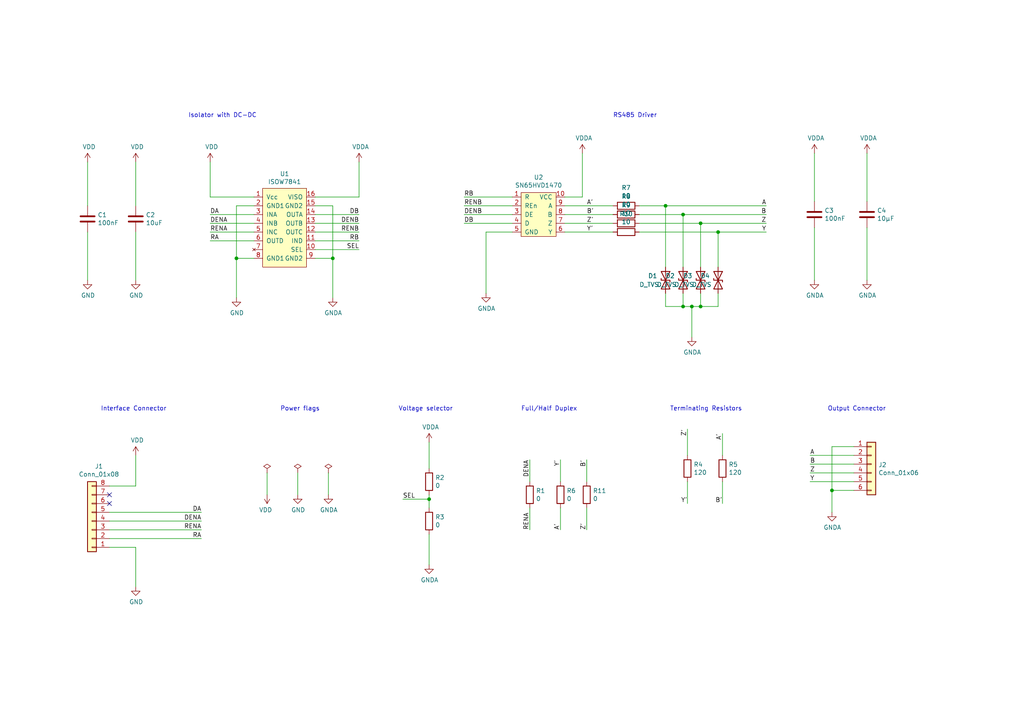
<source format=kicad_sch>
(kicad_sch (version 20211123) (generator eeschema)
  (paper "A4")
  (lib_symbols
    (symbol "Connector_Generic:Conn_01x06" (pin_names (offset 1.016) hide)
      (property "Reference" "J" (at 0 7.62 0))
      (property "Value" "Conn_01x06" (at 0 -10.16 0))
      (symbol "Conn_01x06_1_1"
        (rectangle (start -1.27 -7.493) (end 0 -7.747) (stroke (width 0.1524)))
        (rectangle (start -1.27 -4.953) (end 0 -5.207) (stroke (width 0.1524)))
        (rectangle (start -1.27 -2.413) (end 0 -2.667) (stroke (width 0.1524)))
        (rectangle (start -1.27 0.127) (end 0 -0.127) (stroke (width 0.1524)))
        (rectangle (start -1.27 2.667) (end 0 2.413) (stroke (width 0.1524)))
        (rectangle (start -1.27 5.207) (end 0 4.953) (stroke (width 0.1524)))
        (rectangle (start -1.27 6.35) (end 1.27 -8.89) (stroke (width 0.254)) (fill (type background)))
        (pin passive line (at -5.08 5.08 0) (length 3.81) (name "Pin_1") (number "1"))
        (pin passive line (at -5.08 2.54 0) (length 3.81) (name "Pin_2") (number "2"))
        (pin passive line (at -5.08 0 0) (length 3.81) (name "Pin_3") (number "3"))
        (pin passive line (at -5.08 -2.54 0) (length 3.81) (name "Pin_4") (number "4"))
        (pin passive line (at -5.08 -5.08 0) (length 3.81) (name "Pin_5") (number "5"))
        (pin passive line (at -5.08 -7.62 0) (length 3.81) (name "Pin_6") (number "6"))
      )
    )
    (symbol "Connector_Generic:Conn_01x08" (pin_names (offset 1.016) hide)
      (property "Reference" "J" (at 0 10.16 0))
      (property "Value" "Conn_01x08" (at 0 -12.7 0))
      (symbol "Conn_01x08_1_1"
        (rectangle (start -1.27 -10.033) (end 0 -10.287) (stroke (width 0.1524)))
        (rectangle (start -1.27 -7.493) (end 0 -7.747) (stroke (width 0.1524)))
        (rectangle (start -1.27 -4.953) (end 0 -5.207) (stroke (width 0.1524)))
        (rectangle (start -1.27 -2.413) (end 0 -2.667) (stroke (width 0.1524)))
        (rectangle (start -1.27 0.127) (end 0 -0.127) (stroke (width 0.1524)))
        (rectangle (start -1.27 2.667) (end 0 2.413) (stroke (width 0.1524)))
        (rectangle (start -1.27 5.207) (end 0 4.953) (stroke (width 0.1524)))
        (rectangle (start -1.27 7.747) (end 0 7.493) (stroke (width 0.1524)))
        (rectangle (start -1.27 8.89) (end 1.27 -11.43) (stroke (width 0.254)) (fill (type background)))
        (pin passive line (at -5.08 7.62 0) (length 3.81) (name "Pin_1") (number "1"))
        (pin passive line (at -5.08 5.08 0) (length 3.81) (name "Pin_2") (number "2"))
        (pin passive line (at -5.08 2.54 0) (length 3.81) (name "Pin_3") (number "3"))
        (pin passive line (at -5.08 0 0) (length 3.81) (name "Pin_4") (number "4"))
        (pin passive line (at -5.08 -2.54 0) (length 3.81) (name "Pin_5") (number "5"))
        (pin passive line (at -5.08 -5.08 0) (length 3.81) (name "Pin_6") (number "6"))
        (pin passive line (at -5.08 -7.62 0) (length 3.81) (name "Pin_7") (number "7"))
        (pin passive line (at -5.08 -10.16 0) (length 3.81) (name "Pin_8") (number "8"))
      )
    )
    (symbol "Device:C" (pin_numbers hide) (pin_names (offset 0.254))
      (property "Reference" "C" (at 0.635 2.54 0))
      (property "Value" "C" (at 0.635 -2.54 0))
      (symbol "C_0_1"
        (polyline (pts (xy -2.032 -0.762) (xy 2.032 -0.762)) (stroke (width 0.508)))
        (polyline (pts (xy -2.032 0.762) (xy 2.032 0.762)) (stroke (width 0.508)))
      )
      (symbol "C_1_1"
        (pin passive line (at 0 3.81 270) (length 2.794) (name "~") (number "1"))
        (pin passive line (at 0 -3.81 90) (length 2.794) (name "~") (number "2"))
      )
    )
    (symbol "Device:D_TVS" (pin_numbers hide) (pin_names (offset 1.016) hide)
      (property "Reference" "D" (at 0 2.54 0))
      (property "Value" "D_TVS" (at 0 -2.54 0))
      (symbol "D_TVS_0_1"
        (polyline (pts (xy 1.27 0) (xy -1.27 0)))
        (polyline (pts (xy 0.508 1.27) (xy 0 1.27) (xy 0 -1.27) (xy -0.508 -1.27)) (stroke (width 0.254)))
        (polyline (pts (xy -2.54 1.27) (xy -2.54 -1.27) (xy 2.54 1.27) (xy 2.54 -1.27) (xy -2.54 1.27)) (stroke (width 0.254)))
      )
      (symbol "D_TVS_1_1"
        (pin passive line (at -3.81 0 0) (length 2.54) (name "A1") (number "1"))
        (pin passive line (at 3.81 0 180) (length 2.54) (name "A2") (number "2"))
      )
    )
    (symbol "Device:R" (pin_numbers hide) (pin_names (offset 0))
      (property "Reference" "R" (at 2.032 0 90))
      (property "Value" "R" (at 0 0 90))
      (symbol "R_0_1"
        (rectangle (start -1.016 -2.54) (end 1.016 2.54) (stroke (width 0.254)))
      )
      (symbol "R_1_1"
        (pin passive line (at 0 3.81 270) (length 1.27) (name "~") (number "1"))
        (pin passive line (at 0 -3.81 90) (length 1.27) (name "~") (number "2"))
      )
    )
    (symbol "Texas_Instruments:ISOW7841" (pin_names (offset 1.016))
      (property "Reference" "U" (at 0 2.54 0))
      (property "Value" "ISOW7841" (at 0 0 0))
      (symbol "ISOW7841_0_1"
        (rectangle (start -6.35 -1.27) (end 6.35 -24.13) (fill (type background)))
      )
      (symbol "ISOW7841_1_1"
        (pin power_in line (at -8.89 -3.81 0) (length 2.54) (name "Vcc") (number "1"))
        (pin tri_state line (at 8.89 -19.05 180) (length 2.54) (name "SEL") (number "10"))
        (pin input line (at 8.89 -16.51 180) (length 2.54) (name "IND") (number "11"))
        (pin output line (at 8.89 -13.97 180) (length 2.54) (name "OUTC") (number "12"))
        (pin output line (at 8.89 -11.43 180) (length 2.54) (name "OUTB") (number "13"))
        (pin output line (at 8.89 -8.89 180) (length 2.54) (name "OUTA") (number "14"))
        (pin power_in line (at 8.89 -6.35 180) (length 2.54) (name "GND2") (number "15"))
        (pin power_out line (at 8.89 -3.81 180) (length 2.54) (name "VISO") (number "16"))
        (pin power_in line (at -8.89 -6.35 0) (length 2.54) (name "GND1") (number "2"))
        (pin input line (at -8.89 -8.89 0) (length 2.54) (name "INA") (number "3"))
        (pin input line (at -8.89 -11.43 0) (length 2.54) (name "INB") (number "4"))
        (pin input line (at -8.89 -13.97 0) (length 2.54) (name "INC") (number "5"))
        (pin input line (at -8.89 -16.51 0) (length 2.54) (name "OUTD") (number "6"))
        (pin no_connect line (at -8.89 -19.05 0) (length 2.54) (name "~") (number "7"))
        (pin power_in line (at -8.89 -21.59 0) (length 2.54) (name "GND1") (number "8"))
        (pin power_in line (at 8.89 -21.59 180) (length 2.54) (name "GND2") (number "9"))
      )
    )
    (symbol "Texas_Instruments:SN65HVD1470" (pin_names (offset 1.016))
      (property "Reference" "U" (at 0 10.16 0))
      (property "Value" "SN65HVD1470" (at 0 7.62 0))
      (symbol "SN65HVD1470_0_1"
        (rectangle (start -5.08 6.35) (end 5.08 -6.35) (fill (type background)))
      )
      (symbol "SN65HVD1470_1_1"
        (pin output line (at -7.62 5.08 0) (length 2.54) (name "R") (number "1"))
        (pin power_in line (at 7.62 5.08 180) (length 2.54) (name "VCC") (number "10"))
        (pin input line (at -7.62 2.54 0) (length 2.54) (name "REn") (number "2"))
        (pin input line (at -7.62 0 0) (length 2.54) (name "DE") (number "3"))
        (pin input line (at -7.62 -2.54 0) (length 2.54) (name "D") (number "4"))
        (pin power_in line (at -7.62 -5.08 0) (length 2.54) (name "GND") (number "5"))
        (pin output line (at 7.62 -5.08 180) (length 2.54) (name "Y") (number "6"))
        (pin output line (at 7.62 -2.54 180) (length 2.54) (name "Z") (number "7"))
        (pin output line (at 7.62 0 180) (length 2.54) (name "B") (number "8"))
        (pin output line (at 7.62 2.54 180) (length 2.54) (name "A") (number "9"))
      )
    )
    (symbol "power:GND" (power) (pin_names (offset 0))
      (property "Value" "GND" (at 0 -3.81 0))
      (symbol "GND_0_1"
        (polyline (pts (xy 0 0) (xy 0 -1.27) (xy 1.27 -1.27) (xy 0 -2.54) (xy -1.27 -1.27) (xy 0 -1.27)))
      )
      (symbol "GND_1_1"
        (pin power_in line (at 0 0 270) (length 0) hide (name "GND") (number "1"))
      )
    )
    (symbol "power:GNDA" (power) (pin_names (offset 0))
      (property "Value" "GNDA" (at 0 -3.81 0))
      (symbol "GNDA_0_1"
        (polyline (pts (xy 0 0) (xy 0 -1.27) (xy 1.27 -1.27) (xy 0 -2.54) (xy -1.27 -1.27) (xy 0 -1.27)))
      )
      (symbol "GNDA_1_1"
        (pin power_in line (at 0 0 270) (length 0) hide (name "GNDA") (number "1"))
      )
    )
    (symbol "power:PWR_FLAG" (power) (pin_numbers hide) (pin_names (offset 0) hide)
      (property "Value" "PWR_FLAG" (at 0 3.81 0))
      (symbol "PWR_FLAG_0_0"
        (pin power_out line (at 0 0 90) (length 0) (name "pwr") (number "1"))
      )
      (symbol "PWR_FLAG_0_1"
        (polyline (pts (xy 0 0) (xy 0 1.27) (xy -1.016 1.905) (xy 0 2.54) (xy 1.016 1.905) (xy 0 1.27)))
      )
    )
    (symbol "power:VDD" (power) (pin_names (offset 0))
      (property "Value" "VDD" (at 0 3.81 0))
      (symbol "VDD_0_1"
        (polyline (pts (xy -0.762 1.27) (xy 0 2.54)))
        (polyline (pts (xy 0 0) (xy 0 2.54)))
        (polyline (pts (xy 0 2.54) (xy 0.762 1.27)))
      )
      (symbol "VDD_1_1"
        (pin power_in line (at 0 0 90) (length 0) hide (name "VDD") (number "1"))
      )
    )
    (symbol "power:VDDA" (power) (pin_names (offset 0))
      (property "Value" "VDDA" (at 0 3.81 0))
      (symbol "VDDA_0_1"
        (polyline (pts (xy -0.762 1.27) (xy 0 2.54)))
        (polyline (pts (xy 0 0) (xy 0 2.54)))
        (polyline (pts (xy 0 2.54) (xy 0.762 1.27)))
      )
      (symbol "VDDA_1_1"
        (pin power_in line (at 0 0 90) (length 0) hide (name "VDDA") (number "1"))
      )
    )
  )
  (junction (at 208.28 67.31))
  (junction (at 241.3 142.24))
  (junction (at 96.52 74.93))
  (junction (at 203.2 88.9))
  (junction (at 198.12 62.23))
  (junction (at 203.2 64.77))
  (junction (at 124.46 144.78))
  (junction (at 200.66 88.9))
  (junction (at 198.12 88.9))
  (junction (at 68.58 74.93))
  (junction (at 193.04 59.69))
  (no_connect (at 31.75 146.05))
  (no_connect (at 31.75 143.51))
  (wire (pts (xy 31.75 153.67) (xy 58.42 153.67)))
  (wire (pts (xy 96.52 74.93) (xy 96.52 86.36)))
  (wire (pts (xy 124.46 154.94) (xy 124.46 163.83)))
  (wire (pts (xy 91.44 72.39) (xy 104.14 72.39)))
  (wire (pts (xy 163.83 62.23) (xy 177.8 62.23)))
  (wire (pts (xy 163.83 67.31) (xy 177.8 67.31)))
  (wire (pts (xy 60.96 57.15) (xy 60.96 46.99)))
  (wire (pts (xy 247.65 134.62) (xy 234.95 134.62)))
  (wire (pts (xy 124.46 144.78) (xy 124.46 143.51)))
  (wire (pts (xy 198.12 77.47) (xy 198.12 62.23)))
  (wire (pts (xy 68.58 59.69) (xy 73.66 59.69)))
  (wire (pts (xy 247.65 139.7) (xy 234.95 139.7)))
  (wire (pts (xy 77.47 137.16) (xy 77.47 143.51)))
  (wire (pts (xy 170.18 147.32) (xy 170.18 153.67)))
  (wire (pts (xy 208.28 85.09) (xy 208.28 88.9)))
  (wire (pts (xy 124.46 147.32) (xy 124.46 144.78)))
  (wire (pts (xy 163.83 57.15) (xy 168.91 57.15)))
  (wire (pts (xy 193.04 85.09) (xy 193.04 88.9)))
  (wire (pts (xy 193.04 88.9) (xy 198.12 88.9)))
  (wire (pts (xy 73.66 74.93) (xy 68.58 74.93)))
  (wire (pts (xy 209.55 132.08) (xy 209.55 125.73)))
  (wire (pts (xy 153.67 147.32) (xy 153.67 153.67)))
  (wire (pts (xy 124.46 135.89) (xy 124.46 128.27)))
  (wire (pts (xy 170.18 139.7) (xy 170.18 133.35)))
  (wire (pts (xy 247.65 129.54) (xy 241.3 129.54)))
  (wire (pts (xy 148.59 67.31) (xy 140.97 67.31)))
  (wire (pts (xy 124.46 144.78) (xy 116.84 144.78)))
  (wire (pts (xy 148.59 57.15) (xy 134.62 57.15)))
  (wire (pts (xy 163.83 64.77) (xy 177.8 64.77)))
  (wire (pts (xy 200.66 88.9) (xy 200.66 97.79)))
  (wire (pts (xy 31.75 140.97) (xy 39.37 140.97)))
  (wire (pts (xy 73.66 67.31) (xy 60.96 67.31)))
  (wire (pts (xy 39.37 59.69) (xy 39.37 46.99)))
  (wire (pts (xy 162.56 139.7) (xy 162.56 133.35)))
  (wire (pts (xy 236.22 66.04) (xy 236.22 81.28)))
  (wire (pts (xy 198.12 62.23) (xy 222.25 62.23)))
  (wire (pts (xy 134.62 59.69) (xy 148.59 59.69)))
  (wire (pts (xy 163.83 59.69) (xy 177.8 59.69)))
  (wire (pts (xy 251.46 66.04) (xy 251.46 81.28)))
  (wire (pts (xy 247.65 132.08) (xy 234.95 132.08)))
  (wire (pts (xy 198.12 88.9) (xy 200.66 88.9)))
  (wire (pts (xy 68.58 74.93) (xy 68.58 59.69)))
  (wire (pts (xy 193.04 77.47) (xy 193.04 59.69)))
  (wire (pts (xy 193.04 59.69) (xy 222.25 59.69)))
  (wire (pts (xy 185.42 67.31) (xy 208.28 67.31)))
  (wire (pts (xy 91.44 57.15) (xy 104.14 57.15)))
  (wire (pts (xy 31.75 156.21) (xy 58.42 156.21)))
  (wire (pts (xy 200.66 88.9) (xy 203.2 88.9)))
  (wire (pts (xy 148.59 64.77) (xy 134.62 64.77)))
  (wire (pts (xy 185.42 64.77) (xy 203.2 64.77)))
  (wire (pts (xy 73.66 62.23) (xy 60.96 62.23)))
  (wire (pts (xy 140.97 67.31) (xy 140.97 85.09)))
  (wire (pts (xy 199.39 132.08) (xy 199.39 124.46)))
  (wire (pts (xy 91.44 59.69) (xy 96.52 59.69)))
  (wire (pts (xy 251.46 58.42) (xy 251.46 44.45)))
  (wire (pts (xy 185.42 59.69) (xy 193.04 59.69)))
  (wire (pts (xy 73.66 69.85) (xy 60.96 69.85)))
  (wire (pts (xy 203.2 88.9) (xy 208.28 88.9)))
  (wire (pts (xy 203.2 85.09) (xy 203.2 88.9)))
  (wire (pts (xy 31.75 148.59) (xy 58.42 148.59)))
  (wire (pts (xy 31.75 151.13) (xy 58.42 151.13)))
  (wire (pts (xy 96.52 74.93) (xy 91.44 74.93)))
  (wire (pts (xy 203.2 64.77) (xy 222.25 64.77)))
  (wire (pts (xy 73.66 64.77) (xy 60.96 64.77)))
  (wire (pts (xy 91.44 67.31) (xy 104.14 67.31)))
  (wire (pts (xy 31.75 158.75) (xy 39.37 158.75)))
  (wire (pts (xy 247.65 137.16) (xy 234.95 137.16)))
  (wire (pts (xy 39.37 140.97) (xy 39.37 132.08)))
  (wire (pts (xy 241.3 142.24) (xy 247.65 142.24)))
  (wire (pts (xy 168.91 57.15) (xy 168.91 44.45)))
  (wire (pts (xy 162.56 147.32) (xy 162.56 153.67)))
  (wire (pts (xy 39.37 158.75) (xy 39.37 170.18)))
  (wire (pts (xy 236.22 58.42) (xy 236.22 44.45)))
  (wire (pts (xy 199.39 139.7) (xy 199.39 146.05)))
  (wire (pts (xy 148.59 62.23) (xy 134.62 62.23)))
  (wire (pts (xy 73.66 57.15) (xy 60.96 57.15)))
  (wire (pts (xy 203.2 64.77) (xy 203.2 77.47)))
  (wire (pts (xy 208.28 67.31) (xy 208.28 77.47)))
  (wire (pts (xy 208.28 67.31) (xy 222.25 67.31)))
  (wire (pts (xy 185.42 62.23) (xy 198.12 62.23)))
  (wire (pts (xy 104.14 57.15) (xy 104.14 46.99)))
  (wire (pts (xy 86.36 137.16) (xy 86.36 143.51)))
  (wire (pts (xy 209.55 139.7) (xy 209.55 146.05)))
  (wire (pts (xy 25.4 59.69) (xy 25.4 46.99)))
  (wire (pts (xy 96.52 59.69) (xy 96.52 74.93)))
  (wire (pts (xy 198.12 85.09) (xy 198.12 88.9)))
  (wire (pts (xy 153.67 139.7) (xy 153.67 133.35)))
  (wire (pts (xy 91.44 69.85) (xy 104.14 69.85)))
  (wire (pts (xy 95.25 137.16) (xy 95.25 143.51)))
  (wire (pts (xy 241.3 129.54) (xy 241.3 142.24)))
  (wire (pts (xy 91.44 64.77) (xy 104.14 64.77)))
  (wire (pts (xy 25.4 67.31) (xy 25.4 81.28)))
  (wire (pts (xy 241.3 142.24) (xy 241.3 148.59)))
  (wire (pts (xy 68.58 86.36) (xy 68.58 74.93)))
  (wire (pts (xy 91.44 62.23) (xy 104.14 62.23)))
  (wire (pts (xy 39.37 67.31) (xy 39.37 81.28)))
  (text "Terminating Resistors" (at 194.31 119.38 0) (effects (font (size 1.27 1.27)) (justify left bottom)))
  (text "RS485 Driver" (at 177.8 34.29 0) (effects (font (size 1.27 1.27)) (justify left bottom)))
  (text "Interface Connector" (at 29.21 119.38 0) (effects (font (size 1.27 1.27)) (justify left bottom)))
  (text "Power flags" (at 81.28 119.38 0) (effects (font (size 1.27 1.27)) (justify left bottom)))
  (text "Output Connector" (at 240.03 119.38 0) (effects (font (size 1.27 1.27)) (justify left bottom)))
  (text "Voltage selector" (at 115.57 119.38 0) (effects (font (size 1.27 1.27)) (justify left bottom)))
  (text "Isolator with DC-DC" (at 54.61 34.29 0) (effects (font (size 1.27 1.27)) (justify left bottom)))
  (text "Full/Half Duplex" (at 151.13 119.38 0) (effects (font (size 1.27 1.27)) (justify left bottom)))
  (label "B'" (at 209.55 146.05 180))
  (label "A" (at 234.95 132.08 0))
  (label "SEL" (at 104.14 72.39 180))
  (label "DA" (at 58.42 148.59 180))
  (label "DENB" (at 104.14 64.77 180))
  (label "Z" (at 234.95 137.16 0))
  (label "Y" (at 234.95 139.7 0))
  (label "Z'" (at 170.18 153.67 90))
  (label "Y'" (at 170.18 67.31 0))
  (label "Y" (at 222.25 67.31 180))
  (label "Z" (at 222.25 64.77 180))
  (label "B" (at 234.95 134.62 0))
  (label "DENA" (at 153.67 133.35 270))
  (label "A'" (at 170.18 59.69 0))
  (label "DA" (at 60.96 62.23 0))
  (label "Z'" (at 170.18 64.77 0))
  (label "DENB" (at 134.62 62.23 0))
  (label "Y'" (at 199.39 146.05 180))
  (label "DB" (at 134.62 64.77 0))
  (label "RENB" (at 134.62 59.69 0))
  (label "RENA" (at 58.42 153.67 180))
  (label "SEL" (at 116.84 144.78 0))
  (label "RB" (at 104.14 69.85 180))
  (label "RB" (at 134.62 57.15 0))
  (label "B'" (at 170.18 133.35 270))
  (label "A" (at 222.25 59.69 180))
  (label "Y'" (at 162.56 133.35 270))
  (label "A'" (at 209.55 125.73 270))
  (label "RA" (at 60.96 69.85 0))
  (label "RENB" (at 104.14 67.31 180))
  (label "RENA" (at 153.67 153.67 90))
  (label "RENA" (at 60.96 67.31 0))
  (label "B" (at 222.25 62.23 180))
  (label "DENA" (at 60.96 64.77 0))
  (label "DB" (at 104.14 62.23 180))
  (label "A'" (at 162.56 153.67 90))
  (label "DENA" (at 58.42 151.13 180))
  (label "Z'" (at 199.39 124.46 270))
  (label "B'" (at 170.18 62.23 0))
  (label "RA" (at 58.42 156.21 180))
  (symbol (lib_id "Texas_Instruments:ISOW7841") (at 82.55 53.34 0) (unit 1)
    (property "Reference" "U1" (at 82.55 50.419 0))
    (property "Value" "ISOW7841" (at 82.55 52.7304 0))
    (property "Footprint" "Package_SO:SOIC-16W_7.5x10.3mm_P1.27mm" (effects hide))
    (property "Datasheet" "http://www.ti.com/lit/ds/symlink/isow7841.pdf" (effects hide))
  )
  (symbol (lib_id "Texas_Instruments:SN65HVD1470") (at 156.21 62.23 0) (unit 1)
    (property "Reference" "U2" (at 156.21 51.435 0))
    (property "Value" "SN65HVD1470" (at 156.21 53.7464 0))
    (property "Footprint" "Package_SO:MSOP-10_3x3mm_P0.5mm" (effects hide))
    (property "Datasheet" "http://www.ti.com/lit/ds/symlink/sn65hvd1473.pdf" (effects hide))
  )
  (symbol (lib_id "Device:R") (at 181.61 59.69 270) (unit 1)
    (property "Reference" "R7" (at 181.61 54.4322 90))
    (property "Value" "10" (at 181.61 56.7436 90))
    (property "Footprint" "Resistor_SMD:R_0603_1608Metric" (effects hide))
  )
  (symbol (lib_id "Device:D_TVS") (at 203.2 81.28 270) (unit 1)
    (property "Reference" "D3" (at 198.12 80.01 90) (effects (justify left)))
    (property "Value" "D_TVS" (at 195.58 82.55 90) (effects (justify left)))
    (property "Footprint" "Diode_SMD:D_0603_1608Metric" (effects hide))
  )
  (symbol (lib_id "power:VDD") (at 60.96 46.99 0) (unit 1)
    (property "Reference" "#PWR0101" (effects hide))
    (property "Value" "VDD" (at 61.3918 42.5958 0))
  )
  (symbol (lib_id "power:VDDA") (at 104.14 46.99 0) (unit 1)
    (property "Reference" "#PWR0102" (effects hide))
    (property "Value" "VDDA" (at 104.5718 42.5958 0))
  )
  (symbol (lib_id "power:VDDA") (at 168.91 44.45 0) (unit 1)
    (property "Reference" "#PWR0103" (effects hide))
    (property "Value" "VDDA" (at 169.3418 40.0558 0))
  )
  (symbol (lib_id "power:GND") (at 68.58 86.36 0) (unit 1)
    (property "Reference" "#PWR0104" (effects hide))
    (property "Value" "GND" (at 68.707 90.7542 0))
  )
  (symbol (lib_id "power:GNDA") (at 96.52 86.36 0) (unit 1)
    (property "Reference" "#PWR0105" (effects hide))
    (property "Value" "GNDA" (at 96.647 90.7542 0))
  )
  (symbol (lib_id "power:GNDA") (at 140.97 85.09 0) (unit 1)
    (property "Reference" "#PWR0106" (effects hide))
    (property "Value" "GNDA" (at 141.097 89.4842 0))
  )
  (symbol (lib_id "power:GNDA") (at 200.66 97.79 0) (unit 1)
    (property "Reference" "#PWR0107" (effects hide))
    (property "Value" "GNDA" (at 200.787 102.1842 0))
  )
  (symbol (lib_id "Device:R") (at 124.46 139.7 180) (unit 1)
    (property "Reference" "R2" (at 126.238 138.5316 0) (effects (justify right)))
    (property "Value" "0" (at 126.238 140.843 0) (effects (justify right)))
    (property "Footprint" "Resistor_SMD:R_0603_1608Metric" (effects hide))
  )
  (symbol (lib_id "Device:R") (at 124.46 151.13 180) (unit 1)
    (property "Reference" "R3" (at 126.238 149.9616 0) (effects (justify right)))
    (property "Value" "0" (at 126.238 152.273 0) (effects (justify right)))
    (property "Footprint" "Resistor_SMD:R_0603_1608Metric" (effects hide))
  )
  (symbol (lib_id "power:VDDA") (at 124.46 128.27 0) (unit 1)
    (property "Reference" "#PWR0108" (effects hide))
    (property "Value" "VDDA" (at 124.8918 123.8758 0))
  )
  (symbol (lib_id "power:GNDA") (at 124.46 163.83 0) (unit 1)
    (property "Reference" "#PWR0109" (effects hide))
    (property "Value" "GNDA" (at 124.587 168.2242 0))
  )
  (symbol (lib_id "Device:R") (at 181.61 62.23 270) (unit 1)
    (property "Reference" "R8" (at 181.61 56.9722 90))
    (property "Value" "10" (at 181.61 59.2836 90))
    (property "Footprint" "Resistor_SMD:R_0603_1608Metric" (effects hide))
  )
  (symbol (lib_id "Device:R") (at 181.61 64.77 270) (unit 1)
    (property "Reference" "R9" (at 181.61 59.5122 90))
    (property "Value" "10" (at 181.61 61.8236 90))
    (property "Footprint" "Resistor_SMD:R_0603_1608Metric" (effects hide))
  )
  (symbol (lib_id "Device:R") (at 181.61 67.31 270) (unit 1)
    (property "Reference" "R10" (at 181.61 62.0522 90))
    (property "Value" "10" (at 181.61 64.3636 90))
    (property "Footprint" "Resistor_SMD:R_0603_1608Metric" (effects hide))
  )
  (symbol (lib_id "Device:D_TVS") (at 198.12 81.28 270) (unit 1)
    (property "Reference" "D2" (at 193.04 80.01 90) (effects (justify left)))
    (property "Value" "D_TVS" (at 190.5 82.55 90) (effects (justify left)))
    (property "Footprint" "Diode_SMD:D_0603_1608Metric" (effects hide))
  )
  (symbol (lib_id "Device:D_TVS") (at 208.28 81.28 270) (unit 1)
    (property "Reference" "D4" (at 203.2 80.01 90) (effects (justify left)))
    (property "Value" "D_TVS" (at 200.66 82.55 90) (effects (justify left)))
    (property "Footprint" "Diode_SMD:D_0603_1608Metric" (effects hide))
  )
  (symbol (lib_id "Device:D_TVS") (at 193.04 81.28 270) (unit 1)
    (property "Reference" "D1" (at 187.96 80.01 90) (effects (justify left)))
    (property "Value" "D_TVS" (at 185.42 82.55 90) (effects (justify left)))
    (property "Footprint" "Diode_SMD:D_0603_1608Metric" (effects hide))
  )
  (symbol (lib_id "Device:R") (at 162.56 143.51 180) (unit 1)
    (property "Reference" "R6" (at 164.338 142.3416 0) (effects (justify right)))
    (property "Value" "0" (at 164.338 144.653 0) (effects (justify right)))
    (property "Footprint" "Resistor_SMD:R_0603_1608Metric" (effects hide))
  )
  (symbol (lib_id "Device:R") (at 153.67 143.51 180) (unit 1)
    (property "Reference" "R1" (at 155.448 142.3416 0) (effects (justify right)))
    (property "Value" "0" (at 155.448 144.653 0) (effects (justify right)))
    (property "Footprint" "Resistor_SMD:R_0603_1608Metric" (effects hide))
  )
  (symbol (lib_id "power:GNDA") (at 241.3 148.59 0) (unit 1)
    (property "Reference" "#PWR0120" (effects hide))
    (property "Value" "GNDA" (at 241.427 152.9842 0))
  )
  (symbol (lib_id "Device:C") (at 236.22 62.23 0) (unit 1)
    (property "Reference" "C3" (at 239.141 61.0616 0) (effects (justify left)))
    (property "Value" "100nF" (at 239.141 63.373 0) (effects (justify left)))
    (property "Footprint" "Capacitor_SMD:C_0603_1608Metric" (effects hide))
  )
  (symbol (lib_id "Device:C") (at 251.46 62.23 0) (unit 1)
    (property "Reference" "C4" (at 254.381 61.0616 0) (effects (justify left)))
    (property "Value" "10µF" (at 254.381 63.373 0) (effects (justify left)))
    (property "Footprint" "Capacitor_SMD:C_0603_1608Metric" (effects hide))
  )
  (symbol (lib_id "Device:C") (at 39.37 63.5 0) (unit 1)
    (property "Reference" "C2" (at 42.291 62.3316 0) (effects (justify left)))
    (property "Value" "10uF" (at 42.291 64.643 0) (effects (justify left)))
    (property "Footprint" "Capacitor_SMD:C_0603_1608Metric" (effects hide))
  )
  (symbol (lib_id "Device:C") (at 25.4 63.5 0) (unit 1)
    (property "Reference" "C1" (at 28.321 62.3316 0) (effects (justify left)))
    (property "Value" "100nF" (at 28.321 64.643 0) (effects (justify left)))
    (property "Footprint" "Capacitor_SMD:C_0603_1608Metric" (effects hide))
  )
  (symbol (lib_id "power:VDD") (at 25.4 46.99 0) (unit 1)
    (property "Reference" "#PWR0110" (effects hide))
    (property "Value" "VDD" (at 25.8318 42.5958 0))
  )
  (symbol (lib_id "power:VDD") (at 39.37 46.99 0) (unit 1)
    (property "Reference" "#PWR0111" (effects hide))
    (property "Value" "VDD" (at 39.8018 42.5958 0))
  )
  (symbol (lib_id "power:GND") (at 25.4 81.28 0) (unit 1)
    (property "Reference" "#PWR0112" (effects hide))
    (property "Value" "GND" (at 25.527 85.6742 0))
  )
  (symbol (lib_id "power:GND") (at 39.37 81.28 0) (unit 1)
    (property "Reference" "#PWR0113" (effects hide))
    (property "Value" "GND" (at 39.497 85.6742 0))
  )
  (symbol (lib_id "power:GNDA") (at 236.22 81.28 0) (unit 1)
    (property "Reference" "#PWR0114" (effects hide))
    (property "Value" "GNDA" (at 236.347 85.6742 0))
  )
  (symbol (lib_id "power:GNDA") (at 251.46 81.28 0) (unit 1)
    (property "Reference" "#PWR0115" (effects hide))
    (property "Value" "GNDA" (at 251.587 85.6742 0))
  )
  (symbol (lib_id "power:VDDA") (at 236.22 44.45 0) (unit 1)
    (property "Reference" "#PWR0116" (effects hide))
    (property "Value" "VDDA" (at 236.6518 40.0558 0))
  )
  (symbol (lib_id "power:VDDA") (at 251.46 44.45 0) (unit 1)
    (property "Reference" "#PWR0117" (effects hide))
    (property "Value" "VDDA" (at 251.8918 40.0558 0))
  )
  (symbol (lib_id "Device:R") (at 209.55 135.89 180) (unit 1)
    (property "Reference" "R5" (at 211.328 134.7216 0) (effects (justify right)))
    (property "Value" "120" (at 211.328 137.033 0) (effects (justify right)))
    (property "Footprint" "Resistor_SMD:R_0603_1608Metric" (effects hide))
  )
  (symbol (lib_id "Device:R") (at 199.39 135.89 180) (unit 1)
    (property "Reference" "R4" (at 201.168 134.7216 0) (effects (justify right)))
    (property "Value" "120" (at 201.168 137.033 0) (effects (justify right)))
    (property "Footprint" "Resistor_SMD:R_0603_1608Metric" (effects hide))
  )
  (symbol (lib_id "Connector_Generic:Conn_01x06") (at 252.73 134.62 0) (unit 1)
    (property "Reference" "J2" (at 254.762 134.8232 0) (effects (justify left)))
    (property "Value" "Conn_01x06" (at 254.762 137.1346 0) (effects (justify left)))
    (property "Footprint" "TerminalBlock_TE-Connectivity:TerminalBlock_TE_282834-6_1x06_P2.54mm_Horizontal" (effects hide))
  )
  (symbol (lib_id "Connector_Generic:Conn_01x08") (at 26.67 151.13 180) (unit 1)
    (property "Reference" "J1" (at 28.702 135.255 0))
    (property "Value" "Conn_01x08" (at 28.702 137.5664 0))
    (property "Footprint" "Connector_PinHeader_1.27mm:PinHeader_1x08_P1.27mm_Vertical" (effects hide))
  )
  (symbol (lib_id "power:GND") (at 39.37 170.18 0) (unit 1)
    (property "Reference" "#PWR0118" (effects hide))
    (property "Value" "GND" (at 39.497 174.5742 0))
  )
  (symbol (lib_id "power:VDD") (at 39.37 132.08 0) (unit 1)
    (property "Reference" "#PWR0119" (effects hide))
    (property "Value" "VDD" (at 39.8018 127.6858 0))
  )
  (symbol (lib_id "Device:R") (at 170.18 143.51 180) (unit 1)
    (property "Reference" "R11" (at 171.958 142.3416 0) (effects (justify right)))
    (property "Value" "0" (at 171.958 144.653 0) (effects (justify right)))
    (property "Footprint" "Resistor_SMD:R_0603_1608Metric" (effects hide))
  )
  (symbol (lib_id "power:PWR_FLAG") (at 86.36 137.16 0) (unit 1)
    (property "Reference" "#FLG02" (effects hide))
    (property "Value" "PWR_FLAG" (effects hide))
  )
  (symbol (lib_id "power:GND") (at 86.36 143.51 0) (unit 1)
    (property "Reference" "#PWR02" (effects hide))
    (property "Value" "GND" (at 86.487 147.9042 0))
  )
  (symbol (lib_id "power:PWR_FLAG") (at 77.47 137.16 0) (unit 1)
    (property "Reference" "#FLG01" (effects hide))
    (property "Value" "PWR_FLAG" (effects hide))
  )
  (symbol (lib_id "power:GNDA") (at 95.25 143.51 0) (unit 1)
    (property "Reference" "#PWR03" (effects hide))
    (property "Value" "GNDA" (at 95.377 147.9042 0))
  )
  (symbol (lib_id "power:VDD") (at 77.47 143.51 180) (unit 1)
    (property "Reference" "#PWR01" (effects hide))
    (property "Value" "VDD" (at 77.0382 147.9042 0))
  )
  (symbol (lib_id "power:PWR_FLAG") (at 95.25 137.16 0) (unit 1)
    (property "Reference" "#FLG03" (effects hide))
    (property "Value" "PWR_FLAG" (effects hide))
  )
)
</source>
